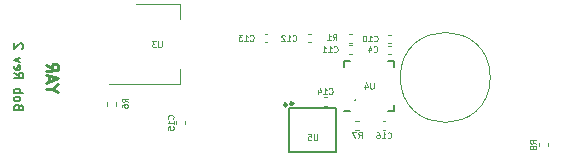
<source format=gbr>
%TF.GenerationSoftware,KiCad,Pcbnew,6.0.4*%
%TF.CreationDate,2022-07-04T15:33:55+01:00*%
%TF.ProjectId,bob,626f622e-6b69-4636-9164-5f7063625858,rev?*%
%TF.SameCoordinates,Original*%
%TF.FileFunction,Legend,Bot*%
%TF.FilePolarity,Positive*%
%FSLAX46Y46*%
G04 Gerber Fmt 4.6, Leading zero omitted, Abs format (unit mm)*
G04 Created by KiCad (PCBNEW 6.0.4) date 2022-07-04 15:33:55*
%MOMM*%
%LPD*%
G01*
G04 APERTURE LIST*
%ADD10C,0.150000*%
%ADD11C,0.250000*%
%ADD12C,0.125000*%
%ADD13C,0.254000*%
%ADD14C,0.127000*%
%ADD15C,0.120000*%
G04 APERTURE END LIST*
D10*
X48399164Y-27380000D02*
G75*
G03*
X48399164Y-27380000I-50000J0D01*
G01*
X19902735Y-27985714D02*
X19867021Y-27878571D01*
X19831306Y-27842857D01*
X19759878Y-27807142D01*
X19652735Y-27807142D01*
X19581306Y-27842857D01*
X19545592Y-27878571D01*
X19509878Y-27950000D01*
X19509878Y-28235714D01*
X20259878Y-28235714D01*
X20259878Y-27985714D01*
X20224164Y-27914285D01*
X20188449Y-27878571D01*
X20117021Y-27842857D01*
X20045592Y-27842857D01*
X19974164Y-27878571D01*
X19938449Y-27914285D01*
X19902735Y-27985714D01*
X19902735Y-28235714D01*
X19509878Y-27378571D02*
X19545592Y-27450000D01*
X19581306Y-27485714D01*
X19652735Y-27521428D01*
X19867021Y-27521428D01*
X19938449Y-27485714D01*
X19974164Y-27450000D01*
X20009878Y-27378571D01*
X20009878Y-27271428D01*
X19974164Y-27200000D01*
X19938449Y-27164285D01*
X19867021Y-27128571D01*
X19652735Y-27128571D01*
X19581306Y-27164285D01*
X19545592Y-27200000D01*
X19509878Y-27271428D01*
X19509878Y-27378571D01*
X19509878Y-26807142D02*
X20259878Y-26807142D01*
X19974164Y-26807142D02*
X20009878Y-26735714D01*
X20009878Y-26592857D01*
X19974164Y-26521428D01*
X19938449Y-26485714D01*
X19867021Y-26450000D01*
X19652735Y-26450000D01*
X19581306Y-26485714D01*
X19545592Y-26521428D01*
X19509878Y-26592857D01*
X19509878Y-26735714D01*
X19545592Y-26807142D01*
X19509878Y-25128571D02*
X19867021Y-25378571D01*
X19509878Y-25557142D02*
X20259878Y-25557142D01*
X20259878Y-25271428D01*
X20224164Y-25200000D01*
X20188449Y-25164285D01*
X20117021Y-25128571D01*
X20009878Y-25128571D01*
X19938449Y-25164285D01*
X19902735Y-25200000D01*
X19867021Y-25271428D01*
X19867021Y-25557142D01*
X19545592Y-24521428D02*
X19509878Y-24592857D01*
X19509878Y-24735714D01*
X19545592Y-24807142D01*
X19617021Y-24842857D01*
X19902735Y-24842857D01*
X19974164Y-24807142D01*
X20009878Y-24735714D01*
X20009878Y-24592857D01*
X19974164Y-24521428D01*
X19902735Y-24485714D01*
X19831306Y-24485714D01*
X19759878Y-24842857D01*
X20009878Y-24235714D02*
X19509878Y-24057142D01*
X20009878Y-23878571D01*
X20188449Y-23057142D02*
X20224164Y-23021428D01*
X20259878Y-22950000D01*
X20259878Y-22771428D01*
X20224164Y-22700000D01*
X20188449Y-22664285D01*
X20117021Y-22628571D01*
X20045592Y-22628571D01*
X19938449Y-22664285D01*
X19509878Y-23092857D01*
X19509878Y-22628571D01*
D11*
%TO.C,YAR*%
X22672973Y-26463720D02*
X22196783Y-26523244D01*
X23196783Y-26731577D02*
X22672973Y-26463720D01*
X23196783Y-26064910D01*
X22482497Y-25868482D02*
X22482497Y-25392291D01*
X22196783Y-25999434D02*
X23196783Y-25541101D01*
X22196783Y-25332767D01*
X22196783Y-24428005D02*
X22672973Y-24701815D01*
X22196783Y-24999434D02*
X23196783Y-24874434D01*
X23196783Y-24493482D01*
X23149164Y-24404196D01*
X23101544Y-24362529D01*
X23006306Y-24326815D01*
X22863449Y-24344672D01*
X22768211Y-24404196D01*
X22720592Y-24457767D01*
X22672973Y-24558958D01*
X22672973Y-24939910D01*
D12*
%TO.C,U5*%
X45130116Y-30306190D02*
X45130116Y-30710952D01*
X45106306Y-30758571D01*
X45082497Y-30782380D01*
X45034878Y-30806190D01*
X44939640Y-30806190D01*
X44892021Y-30782380D01*
X44868211Y-30758571D01*
X44844402Y-30710952D01*
X44844402Y-30306190D01*
X44368211Y-30306190D02*
X44606306Y-30306190D01*
X44630116Y-30544285D01*
X44606306Y-30520476D01*
X44558687Y-30496666D01*
X44439640Y-30496666D01*
X44392021Y-30520476D01*
X44368211Y-30544285D01*
X44344402Y-30591904D01*
X44344402Y-30710952D01*
X44368211Y-30758571D01*
X44392021Y-30782380D01*
X44439640Y-30806190D01*
X44558687Y-30806190D01*
X44606306Y-30782380D01*
X44630116Y-30758571D01*
%TO.C,C15*%
X32947735Y-28988571D02*
X32971544Y-28964761D01*
X32995354Y-28893333D01*
X32995354Y-28845714D01*
X32971544Y-28774285D01*
X32923925Y-28726666D01*
X32876306Y-28702857D01*
X32781068Y-28679047D01*
X32709640Y-28679047D01*
X32614402Y-28702857D01*
X32566783Y-28726666D01*
X32519164Y-28774285D01*
X32495354Y-28845714D01*
X32495354Y-28893333D01*
X32519164Y-28964761D01*
X32542973Y-28988571D01*
X32995354Y-29464761D02*
X32995354Y-29179047D01*
X32995354Y-29321904D02*
X32495354Y-29321904D01*
X32566783Y-29274285D01*
X32614402Y-29226666D01*
X32638211Y-29179047D01*
X32495354Y-29917142D02*
X32495354Y-29679047D01*
X32733449Y-29655238D01*
X32709640Y-29679047D01*
X32685830Y-29726666D01*
X32685830Y-29845714D01*
X32709640Y-29893333D01*
X32733449Y-29917142D01*
X32781068Y-29940952D01*
X32900116Y-29940952D01*
X32947735Y-29917142D01*
X32971544Y-29893333D01*
X32995354Y-29845714D01*
X32995354Y-29726666D01*
X32971544Y-29679047D01*
X32947735Y-29655238D01*
%TO.C,U4*%
X49930952Y-25950830D02*
X49930952Y-26355592D01*
X49907142Y-26403211D01*
X49883333Y-26427020D01*
X49835714Y-26450830D01*
X49740476Y-26450830D01*
X49692857Y-26427020D01*
X49669047Y-26403211D01*
X49645238Y-26355592D01*
X49645238Y-25950830D01*
X49192857Y-26117497D02*
X49192857Y-26450830D01*
X49311904Y-25927020D02*
X49430952Y-26284163D01*
X49121428Y-26284163D01*
%TO.C,U3*%
X31980116Y-22456190D02*
X31980116Y-22860952D01*
X31956306Y-22908571D01*
X31932497Y-22932380D01*
X31884878Y-22956190D01*
X31789640Y-22956190D01*
X31742021Y-22932380D01*
X31718211Y-22908571D01*
X31694402Y-22860952D01*
X31694402Y-22456190D01*
X31503925Y-22456190D02*
X31194402Y-22456190D01*
X31361068Y-22646666D01*
X31289640Y-22646666D01*
X31242021Y-22670476D01*
X31218211Y-22694285D01*
X31194402Y-22741904D01*
X31194402Y-22860952D01*
X31218211Y-22908571D01*
X31242021Y-22932380D01*
X31289640Y-22956190D01*
X31432497Y-22956190D01*
X31480116Y-22932380D01*
X31503925Y-22908571D01*
%TO.C,R8*%
X63675354Y-31096666D02*
X63437259Y-30930000D01*
X63675354Y-30810952D02*
X63175354Y-30810952D01*
X63175354Y-31001428D01*
X63199164Y-31049047D01*
X63222973Y-31072857D01*
X63270592Y-31096666D01*
X63342021Y-31096666D01*
X63389640Y-31072857D01*
X63413449Y-31049047D01*
X63437259Y-31001428D01*
X63437259Y-30810952D01*
X63389640Y-31382380D02*
X63365830Y-31334761D01*
X63342021Y-31310952D01*
X63294402Y-31287142D01*
X63270592Y-31287142D01*
X63222973Y-31310952D01*
X63199164Y-31334761D01*
X63175354Y-31382380D01*
X63175354Y-31477619D01*
X63199164Y-31525238D01*
X63222973Y-31549047D01*
X63270592Y-31572857D01*
X63294402Y-31572857D01*
X63342021Y-31549047D01*
X63365830Y-31525238D01*
X63389640Y-31477619D01*
X63389640Y-31382380D01*
X63413449Y-31334761D01*
X63437259Y-31310952D01*
X63484878Y-31287142D01*
X63580116Y-31287142D01*
X63627735Y-31310952D01*
X63651544Y-31334761D01*
X63675354Y-31382380D01*
X63675354Y-31477619D01*
X63651544Y-31525238D01*
X63627735Y-31549047D01*
X63580116Y-31572857D01*
X63484878Y-31572857D01*
X63437259Y-31549047D01*
X63413449Y-31525238D01*
X63389640Y-31477619D01*
%TO.C,R7*%
X48631661Y-30606190D02*
X48798328Y-30368095D01*
X48917375Y-30606190D02*
X48917375Y-30106190D01*
X48726899Y-30106190D01*
X48679280Y-30130000D01*
X48655470Y-30153809D01*
X48631661Y-30201428D01*
X48631661Y-30272857D01*
X48655470Y-30320476D01*
X48679280Y-30344285D01*
X48726899Y-30368095D01*
X48917375Y-30368095D01*
X48464994Y-30106190D02*
X48131661Y-30106190D01*
X48345947Y-30606190D01*
%TO.C,R1*%
X46482497Y-22356190D02*
X46649164Y-22118095D01*
X46768211Y-22356190D02*
X46768211Y-21856190D01*
X46577735Y-21856190D01*
X46530116Y-21880000D01*
X46506306Y-21903809D01*
X46482497Y-21951428D01*
X46482497Y-22022857D01*
X46506306Y-22070476D01*
X46530116Y-22094285D01*
X46577735Y-22118095D01*
X46768211Y-22118095D01*
X46006306Y-22356190D02*
X46292021Y-22356190D01*
X46149164Y-22356190D02*
X46149164Y-21856190D01*
X46196783Y-21927619D01*
X46244402Y-21975238D01*
X46292021Y-21999047D01*
%TO.C,R6*%
X29126190Y-27586666D02*
X28888095Y-27420000D01*
X29126190Y-27300952D02*
X28626190Y-27300952D01*
X28626190Y-27491428D01*
X28650000Y-27539047D01*
X28673809Y-27562857D01*
X28721428Y-27586666D01*
X28792857Y-27586666D01*
X28840476Y-27562857D01*
X28864285Y-27539047D01*
X28888095Y-27491428D01*
X28888095Y-27300952D01*
X28626190Y-28015238D02*
X28626190Y-27920000D01*
X28650000Y-27872380D01*
X28673809Y-27848571D01*
X28745238Y-27800952D01*
X28840476Y-27777142D01*
X29030952Y-27777142D01*
X29078571Y-27800952D01*
X29102380Y-27824761D01*
X29126190Y-27872380D01*
X29126190Y-27967619D01*
X29102380Y-28015238D01*
X29078571Y-28039047D01*
X29030952Y-28062857D01*
X28911904Y-28062857D01*
X28864285Y-28039047D01*
X28840476Y-28015238D01*
X28816666Y-27967619D01*
X28816666Y-27872380D01*
X28840476Y-27824761D01*
X28864285Y-27800952D01*
X28911904Y-27777142D01*
%TO.C,C16*%
X51120592Y-30608571D02*
X51144402Y-30632380D01*
X51215830Y-30656190D01*
X51263449Y-30656190D01*
X51334878Y-30632380D01*
X51382497Y-30584761D01*
X51406306Y-30537142D01*
X51430116Y-30441904D01*
X51430116Y-30370476D01*
X51406306Y-30275238D01*
X51382497Y-30227619D01*
X51334878Y-30180000D01*
X51263449Y-30156190D01*
X51215830Y-30156190D01*
X51144402Y-30180000D01*
X51120592Y-30203809D01*
X50644402Y-30656190D02*
X50930116Y-30656190D01*
X50787259Y-30656190D02*
X50787259Y-30156190D01*
X50834878Y-30227619D01*
X50882497Y-30275238D01*
X50930116Y-30299047D01*
X50215830Y-30156190D02*
X50311068Y-30156190D01*
X50358687Y-30180000D01*
X50382497Y-30203809D01*
X50430116Y-30275238D01*
X50453925Y-30370476D01*
X50453925Y-30560952D01*
X50430116Y-30608571D01*
X50406306Y-30632380D01*
X50358687Y-30656190D01*
X50263449Y-30656190D01*
X50215830Y-30632380D01*
X50192021Y-30608571D01*
X50168211Y-30560952D01*
X50168211Y-30441904D01*
X50192021Y-30394285D01*
X50215830Y-30370476D01*
X50263449Y-30346666D01*
X50358687Y-30346666D01*
X50406306Y-30370476D01*
X50430116Y-30394285D01*
X50453925Y-30441904D01*
%TO.C,C10*%
X49970592Y-22408571D02*
X49994402Y-22432380D01*
X50065830Y-22456190D01*
X50113449Y-22456190D01*
X50184878Y-22432380D01*
X50232497Y-22384761D01*
X50256306Y-22337142D01*
X50280116Y-22241904D01*
X50280116Y-22170476D01*
X50256306Y-22075238D01*
X50232497Y-22027619D01*
X50184878Y-21980000D01*
X50113449Y-21956190D01*
X50065830Y-21956190D01*
X49994402Y-21980000D01*
X49970592Y-22003809D01*
X49494402Y-22456190D02*
X49780116Y-22456190D01*
X49637259Y-22456190D02*
X49637259Y-21956190D01*
X49684878Y-22027619D01*
X49732497Y-22075238D01*
X49780116Y-22099047D01*
X49184878Y-21956190D02*
X49137259Y-21956190D01*
X49089640Y-21980000D01*
X49065830Y-22003809D01*
X49042021Y-22051428D01*
X49018211Y-22146666D01*
X49018211Y-22265714D01*
X49042021Y-22360952D01*
X49065830Y-22408571D01*
X49089640Y-22432380D01*
X49137259Y-22456190D01*
X49184878Y-22456190D01*
X49232497Y-22432380D01*
X49256306Y-22408571D01*
X49280116Y-22360952D01*
X49303925Y-22265714D01*
X49303925Y-22146666D01*
X49280116Y-22051428D01*
X49256306Y-22003809D01*
X49232497Y-21980000D01*
X49184878Y-21956190D01*
%TO.C,C13*%
X39470592Y-22358571D02*
X39494402Y-22382380D01*
X39565830Y-22406190D01*
X39613449Y-22406190D01*
X39684878Y-22382380D01*
X39732497Y-22334761D01*
X39756306Y-22287142D01*
X39780116Y-22191904D01*
X39780116Y-22120476D01*
X39756306Y-22025238D01*
X39732497Y-21977619D01*
X39684878Y-21930000D01*
X39613449Y-21906190D01*
X39565830Y-21906190D01*
X39494402Y-21930000D01*
X39470592Y-21953809D01*
X38994402Y-22406190D02*
X39280116Y-22406190D01*
X39137259Y-22406190D02*
X39137259Y-21906190D01*
X39184878Y-21977619D01*
X39232497Y-22025238D01*
X39280116Y-22049047D01*
X38827735Y-21906190D02*
X38518211Y-21906190D01*
X38684878Y-22096666D01*
X38613449Y-22096666D01*
X38565830Y-22120476D01*
X38542021Y-22144285D01*
X38518211Y-22191904D01*
X38518211Y-22310952D01*
X38542021Y-22358571D01*
X38565830Y-22382380D01*
X38613449Y-22406190D01*
X38756306Y-22406190D01*
X38803925Y-22382380D01*
X38827735Y-22358571D01*
%TO.C,C12*%
X43070592Y-22358571D02*
X43094402Y-22382380D01*
X43165830Y-22406190D01*
X43213449Y-22406190D01*
X43284878Y-22382380D01*
X43332497Y-22334761D01*
X43356306Y-22287142D01*
X43380116Y-22191904D01*
X43380116Y-22120476D01*
X43356306Y-22025238D01*
X43332497Y-21977619D01*
X43284878Y-21930000D01*
X43213449Y-21906190D01*
X43165830Y-21906190D01*
X43094402Y-21930000D01*
X43070592Y-21953809D01*
X42594402Y-22406190D02*
X42880116Y-22406190D01*
X42737259Y-22406190D02*
X42737259Y-21906190D01*
X42784878Y-21977619D01*
X42832497Y-22025238D01*
X42880116Y-22049047D01*
X42403925Y-21953809D02*
X42380116Y-21930000D01*
X42332497Y-21906190D01*
X42213449Y-21906190D01*
X42165830Y-21930000D01*
X42142021Y-21953809D01*
X42118211Y-22001428D01*
X42118211Y-22049047D01*
X42142021Y-22120476D01*
X42427735Y-22406190D01*
X42118211Y-22406190D01*
%TO.C,C11*%
X46570592Y-23308571D02*
X46594402Y-23332380D01*
X46665830Y-23356190D01*
X46713449Y-23356190D01*
X46784878Y-23332380D01*
X46832497Y-23284761D01*
X46856306Y-23237142D01*
X46880116Y-23141904D01*
X46880116Y-23070476D01*
X46856306Y-22975238D01*
X46832497Y-22927619D01*
X46784878Y-22880000D01*
X46713449Y-22856190D01*
X46665830Y-22856190D01*
X46594402Y-22880000D01*
X46570592Y-22903809D01*
X46094402Y-23356190D02*
X46380116Y-23356190D01*
X46237259Y-23356190D02*
X46237259Y-22856190D01*
X46284878Y-22927619D01*
X46332497Y-22975238D01*
X46380116Y-22999047D01*
X45618211Y-23356190D02*
X45903925Y-23356190D01*
X45761068Y-23356190D02*
X45761068Y-22856190D01*
X45808687Y-22927619D01*
X45856306Y-22975238D01*
X45903925Y-22999047D01*
%TO.C,C14*%
X46159756Y-26858571D02*
X46183566Y-26882380D01*
X46254994Y-26906190D01*
X46302613Y-26906190D01*
X46374042Y-26882380D01*
X46421661Y-26834761D01*
X46445470Y-26787142D01*
X46469280Y-26691904D01*
X46469280Y-26620476D01*
X46445470Y-26525238D01*
X46421661Y-26477619D01*
X46374042Y-26430000D01*
X46302613Y-26406190D01*
X46254994Y-26406190D01*
X46183566Y-26430000D01*
X46159756Y-26453809D01*
X45683566Y-26906190D02*
X45969280Y-26906190D01*
X45826423Y-26906190D02*
X45826423Y-26406190D01*
X45874042Y-26477619D01*
X45921661Y-26525238D01*
X45969280Y-26549047D01*
X45254994Y-26572857D02*
X45254994Y-26906190D01*
X45374042Y-26382380D02*
X45493089Y-26739523D01*
X45183566Y-26739523D01*
%TO.C,C4*%
X49932497Y-23308571D02*
X49956306Y-23332380D01*
X50027735Y-23356190D01*
X50075354Y-23356190D01*
X50146783Y-23332380D01*
X50194402Y-23284761D01*
X50218211Y-23237142D01*
X50242021Y-23141904D01*
X50242021Y-23070476D01*
X50218211Y-22975238D01*
X50194402Y-22927619D01*
X50146783Y-22880000D01*
X50075354Y-22856190D01*
X50027735Y-22856190D01*
X49956306Y-22880000D01*
X49932497Y-22903809D01*
X49503925Y-23022857D02*
X49503925Y-23356190D01*
X49622973Y-22832380D02*
X49742021Y-23189523D01*
X49432497Y-23189523D01*
D13*
%TO.C,U5*%
X42591000Y-27823200D02*
G75*
G03*
X42591000Y-27823200I-127000J0D01*
G01*
D14*
X46748980Y-28107680D02*
X46748980Y-31856720D01*
X46748980Y-31856720D02*
X42751020Y-31856720D01*
X42751020Y-31856720D02*
X42751020Y-28107680D01*
X42751020Y-28107680D02*
X46748980Y-28107680D01*
D13*
X43111700Y-27708900D02*
G75*
G03*
X43111700Y-27708900I-127000J0D01*
G01*
D15*
%TO.C,C15*%
X33939164Y-29212164D02*
X33939164Y-29427836D01*
X33219164Y-29212164D02*
X33219164Y-29427836D01*
%TO.C,SW1*%
X59810000Y-25500000D02*
G75*
G03*
X59810000Y-25500000I-3810000J0D01*
G01*
D10*
%TO.C,U4*%
X47400000Y-24080000D02*
X47400000Y-24605000D01*
X51700000Y-24080000D02*
X51175000Y-24080000D01*
X51700000Y-24080000D02*
X51700000Y-24605000D01*
X47400000Y-24080000D02*
X47925000Y-24080000D01*
X51700000Y-28380000D02*
X51700000Y-27855000D01*
X51700000Y-28380000D02*
X51175000Y-28380000D01*
X47400000Y-28380000D02*
X47925000Y-28380000D01*
D15*
%TO.C,U3*%
X27550000Y-26090000D02*
X33560000Y-26090000D01*
X29800000Y-19270000D02*
X33560000Y-19270000D01*
X33560000Y-19270000D02*
X33560000Y-20530000D01*
X33560000Y-26090000D02*
X33560000Y-24830000D01*
%TO.C,R8*%
X63969164Y-31026359D02*
X63969164Y-31333641D01*
X64729164Y-31026359D02*
X64729164Y-31333641D01*
%TO.C,R7*%
X48355523Y-29200000D02*
X48662805Y-29200000D01*
X48355523Y-29960000D02*
X48662805Y-29960000D01*
%TO.C,R1*%
X48142805Y-21800000D02*
X47835523Y-21800000D01*
X48142805Y-22560000D02*
X47835523Y-22560000D01*
%TO.C,R6*%
X28080000Y-27616359D02*
X28080000Y-27923641D01*
X27320000Y-27616359D02*
X27320000Y-27923641D01*
%TO.C,C16*%
X50691328Y-29940000D02*
X50907000Y-29940000D01*
X50691328Y-29220000D02*
X50907000Y-29220000D01*
%TO.C,C10*%
X51161328Y-21870000D02*
X51377000Y-21870000D01*
X51161328Y-22590000D02*
X51377000Y-22590000D01*
%TO.C,C13*%
X40711328Y-22540000D02*
X40927000Y-22540000D01*
X40711328Y-21820000D02*
X40927000Y-21820000D01*
%TO.C,C12*%
X44607000Y-21820000D02*
X44391328Y-21820000D01*
X44607000Y-22540000D02*
X44391328Y-22540000D01*
%TO.C,C11*%
X48077836Y-22770000D02*
X47862164Y-22770000D01*
X48077836Y-23490000D02*
X47862164Y-23490000D01*
%TO.C,C14*%
X45761328Y-27890000D02*
X45977000Y-27890000D01*
X45761328Y-27170000D02*
X45977000Y-27170000D01*
%TO.C,C4*%
X51377000Y-23540000D02*
X51161328Y-23540000D01*
X51377000Y-22820000D02*
X51161328Y-22820000D01*
%TD*%
M02*

</source>
